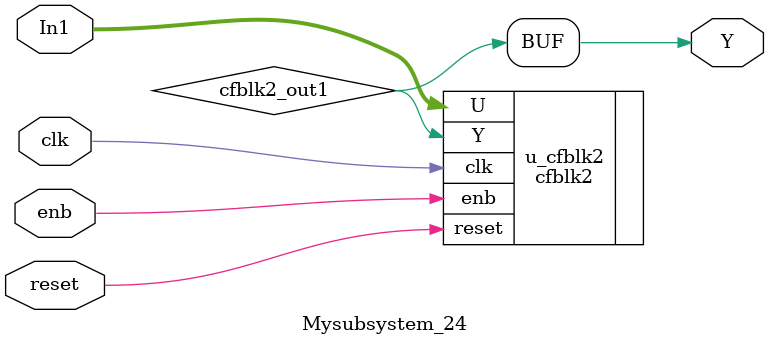
<source format=v>



`timescale 1 ns / 1 ns

module Mysubsystem_24
          (clk,
           reset,
           enb,
           In1,
           Y);


  input   clk;
  input   reset;
  input   enb;
  input   [7:0] In1;  // uint8
  output  Y;


  wire cfblk2_out1;


  cfblk2 u_cfblk2 (.clk(clk),
                   .reset(reset),
                   .enb(enb),
                   .U(In1),  // uint8
                   .Y(cfblk2_out1)
                   );

  assign Y = cfblk2_out1;

endmodule  // Mysubsystem_24


</source>
